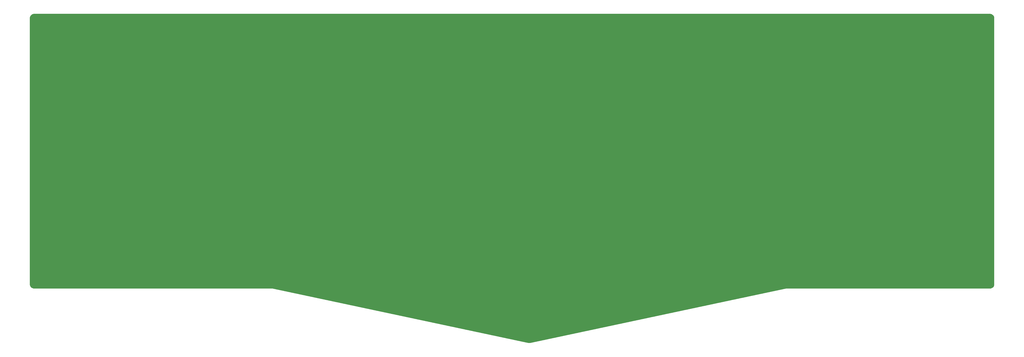
<source format=gbr>
%TF.GenerationSoftware,KiCad,Pcbnew,9.0.3*%
%TF.CreationDate,2025-08-01T16:02:22+05:00*%
%TF.ProjectId,bottom,626f7474-6f6d-42e6-9b69-6361645f7063,rev?*%
%TF.SameCoordinates,Original*%
%TF.FileFunction,Copper,L2,Bot*%
%TF.FilePolarity,Positive*%
%FSLAX46Y46*%
G04 Gerber Fmt 4.6, Leading zero omitted, Abs format (unit mm)*
G04 Created by KiCad (PCBNEW 9.0.3) date 2025-08-01 16:02:22*
%MOMM*%
%LPD*%
G01*
G04 APERTURE LIST*
%TA.AperFunction,ComponentPad*%
%ADD10C,3.800000*%
%TD*%
G04 APERTURE END LIST*
D10*
%TO.P,H10,1,1*%
%TO.N,GND*%
X373482500Y-176499963D03*
%TD*%
%TO.P,H6,1,1*%
%TO.N,GND*%
X41400000Y-85344963D03*
%TD*%
%TO.P,H9,1,1*%
%TO.N,GND*%
X373482500Y-85344963D03*
%TD*%
%TO.P,H7,1,1*%
%TO.N,GND*%
X42400000Y-175499963D03*
%TD*%
%TO.P,H8,1,1*%
%TO.N,GND*%
X207441300Y-140474963D03*
%TD*%
%TA.AperFunction,Conductor*%
%TO.N,GND*%
G36*
X374487018Y-82845816D02*
G01*
X374687161Y-82860130D01*
X374704663Y-82862647D01*
X374896397Y-82904355D01*
X374913355Y-82909334D01*
X375097209Y-82977909D01*
X375113301Y-82985259D01*
X375285504Y-83079288D01*
X375300384Y-83088849D01*
X375457467Y-83206441D01*
X375470837Y-83218027D01*
X375609572Y-83356762D01*
X375621158Y-83370132D01*
X375738746Y-83527210D01*
X375748311Y-83542095D01*
X375842340Y-83714298D01*
X375849690Y-83730390D01*
X375918262Y-83914236D01*
X375923246Y-83931212D01*
X375964951Y-84122931D01*
X375967469Y-84140442D01*
X375981784Y-84340580D01*
X375982100Y-84349427D01*
X375982100Y-177495572D01*
X375981784Y-177504419D01*
X375967469Y-177704557D01*
X375964951Y-177722068D01*
X375923246Y-177913787D01*
X375918262Y-177930763D01*
X375849690Y-178114609D01*
X375842340Y-178130701D01*
X375748311Y-178302904D01*
X375738746Y-178317789D01*
X375621158Y-178474867D01*
X375609572Y-178488237D01*
X375470837Y-178626972D01*
X375457467Y-178638558D01*
X375300389Y-178756146D01*
X375285504Y-178765711D01*
X375113301Y-178859740D01*
X375097209Y-178867090D01*
X374913363Y-178935662D01*
X374896387Y-178940646D01*
X374704668Y-178982351D01*
X374687157Y-178984869D01*
X374506379Y-178997799D01*
X374487017Y-178999184D01*
X374478172Y-178999500D01*
X303605477Y-178999500D01*
X303431279Y-179011681D01*
X303258352Y-179035985D01*
X303258315Y-179035991D01*
X303243741Y-179039089D01*
X303243734Y-179039091D01*
X303237378Y-179040442D01*
X303237377Y-179040442D01*
X282943112Y-183354121D01*
X213797968Y-198051374D01*
X213791582Y-198052558D01*
X213646148Y-198075589D01*
X213633241Y-198076945D01*
X213489478Y-198084477D01*
X213476501Y-198084477D01*
X213332738Y-198076943D01*
X213319831Y-198075587D01*
X213281830Y-198069569D01*
X213174279Y-198052536D01*
X213167920Y-198051357D01*
X213167917Y-198051357D01*
X213142416Y-198045936D01*
X213117945Y-198040735D01*
X213106763Y-198038359D01*
X213106762Y-198038359D01*
X123727820Y-179040441D01*
X123721492Y-179039096D01*
X123721445Y-179039088D01*
X123706874Y-179035991D01*
X123706850Y-179035987D01*
X123533923Y-179011682D01*
X123359724Y-178999500D01*
X123359712Y-178999500D01*
X123338285Y-178999500D01*
X40404528Y-178999500D01*
X40395682Y-178999184D01*
X40373722Y-178997613D01*
X40195542Y-178984869D01*
X40178031Y-178982351D01*
X39986312Y-178940646D01*
X39969336Y-178935662D01*
X39785490Y-178867090D01*
X39769398Y-178859740D01*
X39597195Y-178765711D01*
X39582310Y-178756146D01*
X39425232Y-178638558D01*
X39411862Y-178626972D01*
X39273127Y-178488237D01*
X39261541Y-178474867D01*
X39143949Y-178317784D01*
X39134388Y-178302904D01*
X39040359Y-178130701D01*
X39033009Y-178114609D01*
X38972191Y-177951551D01*
X38964434Y-177930755D01*
X38959455Y-177913797D01*
X38917747Y-177722063D01*
X38915230Y-177704556D01*
X38900916Y-177504418D01*
X38900600Y-177495572D01*
X38900600Y-84349427D01*
X38900916Y-84340581D01*
X38915230Y-84140443D01*
X38915231Y-84140442D01*
X38915230Y-84140436D01*
X38917746Y-84122938D01*
X38959456Y-83931199D01*
X38964433Y-83914248D01*
X39033011Y-83730385D01*
X39040359Y-83714298D01*
X39102915Y-83599734D01*
X39134391Y-83542089D01*
X39143945Y-83527221D01*
X39261548Y-83370123D01*
X39273120Y-83356769D01*
X39411869Y-83218020D01*
X39425223Y-83206448D01*
X39582321Y-83088845D01*
X39597189Y-83079291D01*
X39769398Y-82985258D01*
X39785485Y-82977911D01*
X39969348Y-82909333D01*
X39986299Y-82904356D01*
X40178038Y-82862646D01*
X40195536Y-82860130D01*
X40395682Y-82845816D01*
X40404528Y-82845500D01*
X40465992Y-82845500D01*
X374416708Y-82845500D01*
X374478172Y-82845500D01*
X374487018Y-82845816D01*
G37*
%TD.AperFunction*%
%TD*%
M02*

</source>
